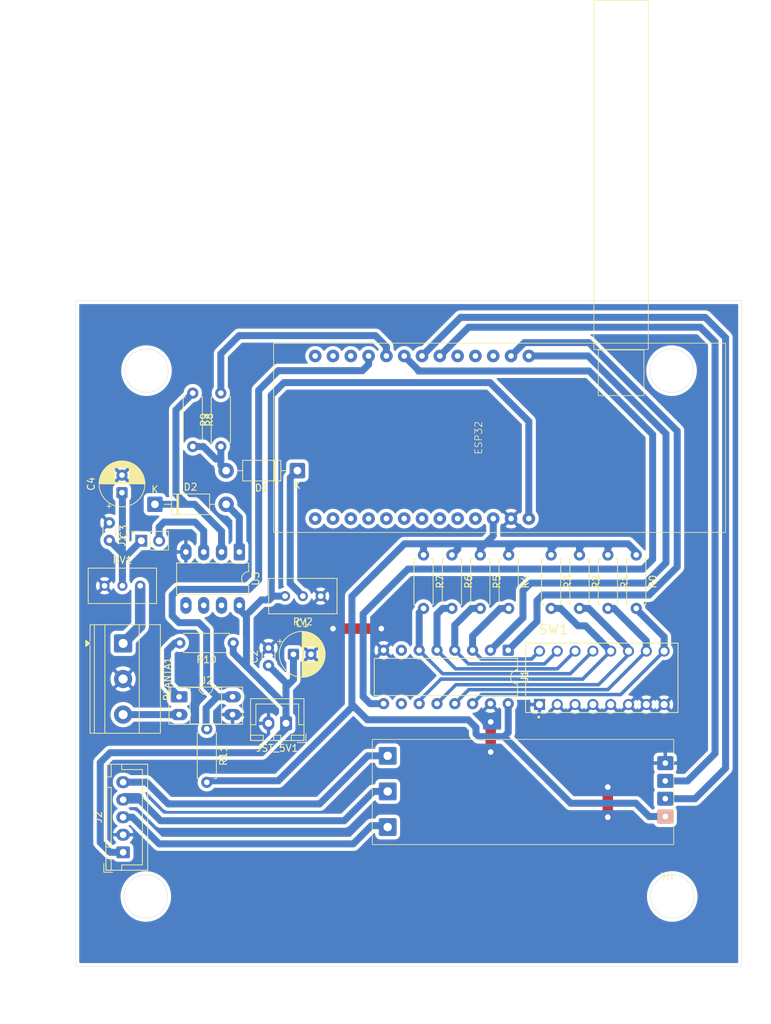
<source format=kicad_pcb>
(kicad_pcb (version 20241229) (generator "pcbnew") (generator_version "9.0")
  (layers (0 "F.Cu" signal) (2 "B.Cu" signal) (13 "F.Paste" user) (15 "B.Paste" user) (5 "F.SilkS" user "F.Silkscreen") (7 "B.SilkS" user "B.Silkscreen") (1 "F.Mask" user) (3 "B.Mask" user) (25 "Edge.Cuts" user))
  (net 0 "")
  (net 1 "GND")
  (net 2 "Net-(J1-Pin_1)")
  (net 3 "+5V")
  (net 4 "NIVEL_BATERIA")
  (net 7 "clockPin")
  (net 10 "latchPin")
  (net 17 "PIN_DATA")
  (net 18 "TX")
  (net 20 "RX")
  (net 21 "Net-(D1-K)")
  (net 25 "Net-(D1-A)")
  (net 26 "+3.3V")
  (net 27 "Net-(D2-K)")
  (net 28 "Net-(D2-A)")
  (net 29 "A+")
  (net 30 "B-")
  (net 31 "E")
  (net 32 "Pin_0")
  (net 33 "Pin_1")
  (net 34 "Pin_2")
  (net 35 "Pin_3")
  (net 36 "Pin_4")
  (net 37 "Pin_5")
  (net 38 "Pin_6")
  (net 39 "Pin_7")
  (net 40 "BATERIA")
  (net 41 "Net-(R10-Pad2)")
  (net 42 "PLANTA_ON")
  (net 45 "PLANTA_IGN")
  (net 48 "Net-(J1-Pin_2)")
  (footprint "Resistor_THT:R_Axial_DIN0207_L6.3mm_D2.5mm_P7.62mm_Horizontal" (layer "F.Cu") (at 62.5 56.2 -90)
    (property "Reference" "R8" (at 3.81 -2.37 90) (layer "F.SilkS"))
    (property "Value" "100k")
    (pad "1" thru_hole circle (at 0 0 270) (size 1.6 1.6) (drill 0.8) (layers "*.Cu" "*.Mask") (net 27 "Net-(D2-K)"))
    (pad "2" thru_hole circle (at 7.62 0 270) (size 1.6 1.6) (drill 0.8) (layers "*.Cu" "*.Mask") (net 25 "Net-(D1-A)"))
  )
  (footprint "Diode_THT:D_DO-41_SOD81_P10.16mm_Horizontal" (layer "F.Cu") (at 77.42 67.26 180)
    (property "Reference" "D1" (at 5.08 -2.47 0) (layer "F.SilkS"))
    (property "Value" "1N5819")
    (fp_text user "K" (at 0 -2.1 0) (layer "F.SilkS"))
    (pad "1" thru_hole roundrect (at 0 0 180) (size 2.2 2.2) (drill 1.1) (layers "*.Cu" "*.Mask") (roundrect_rratio 0.113636) (net 21 "Net-(D1-K)"))
    (pad "2" thru_hole circle (at 10.16 0 180) (size 2.2 2.2) (drill 1.1) (layers "*.Cu" "*.Mask") (net 25 "Net-(D1-A)"))
  )
  (footprint "Capacitor_THT:CP_Radial_D6.3mm_P2.50mm" (layer "F.Cu") (at 52.4 70.4 90)
    (property "Reference" "C4" (at 1.25 -4.4 90) (layer "F.SilkS"))
    (property "Value" "100uF")
    (pad "1" thru_hole roundrect (at 0 0 90) (size 1.6 1.6) (drill 0.8) (layers "*.Cu" "*.Mask") (roundrect_rratio 0.15625) (net 2 "Net-(J1-Pin_1)"))
    (pad "2" thru_hole circle (at 2.5 0 90) (size 1.6 1.6) (drill 0.8) (layers "*.Cu" "*.Mask") (net 1 "GND"))
  )
  (footprint "Capacitor_THT:C_Disc_D3.0mm_W1.6mm_P2.50mm" (layer "F.Cu") (at 73.3 95.05 90)
    (property "Reference" "C2" (at 1.25 -2.05 90) (layer "F.SilkS"))
    (property "Value" "100nF")
    (pad "1" thru_hole circle (at 0 0 90) (size 1.6 1.6) (drill 0.8) (layers "*.Cu" "*.Mask") (net 3 "+5V"))
    (pad "2" thru_hole circle (at 2.5 0 90) (size 1.6 1.6) (drill 0.8) (layers "*.Cu" "*.Mask") (net 1 "GND"))
  )
  (footprint "Resistor_THT:R_Axial_DIN0207_L6.3mm_D2.5mm_P7.62mm_Horizontal" (layer "F.Cu") (at 99.463604 79.29 -90)
    (property "Reference" "R6" (at 3.81 -2.37 90) (layer "F.SilkS"))
    (property "Value" "10k")
    (pad "1" thru_hole circle (at 0 0 270) (size 1.6 1.6) (drill 0.8) (layers "*.Cu" "*.Mask") (net 26 "+3.3V"))
    (pad "2" thru_hole circle (at 7.62 0 270) (size 1.6 1.6) (drill 0.8) (layers "*.Cu" "*.Mask") (net 37 "Pin_5"))
  )
  (footprint "Resistor_THT:R_Axial_DIN0207_L6.3mm_D2.5mm_P7.62mm_Horizontal" (layer "F.Cu") (at 107.563604 79.29 -90)
    (property "Reference" "R4" (at 3.81 -2.37 90) (layer "F.SilkS"))
    (property "Value" "10k")
    (pad "1" thru_hole circle (at 0 0 270) (size 1.6 1.6) (drill 0.8) (layers "*.Cu" "*.Mask") (net 26 "+3.3V"))
    (pad "2" thru_hole circle (at 7.62 0 270) (size 1.6 1.6) (drill 0.8) (layers "*.Cu" "*.Mask") (net 39 "Pin_7"))
  )
  (footprint "Potentiometer_THT:Potentiometer_Bourns_3296W_Vertical" (layer "F.Cu") (at 55 83.685)
    (property "Reference" "RV1" (at -2.54 -3.66 0) (layer "F.SilkS"))
    (property "Value" "R_Potentiometer")
    (pad "1" thru_hole circle (at 0 0) (size 1.44 1.44) (drill 0.8) (layers "*.Cu" "*.Mask") (net 40 "BATERIA"))
    (pad "2" thru_hole circle (at -2.54 0) (size 1.44 1.44) (drill 0.8) (layers "*.Cu" "*.Mask") (net 2 "Net-(J1-Pin_1)"))
    (pad "3" thru_hole circle (at -5.08 0) (size 1.44 1.44) (drill 0.8) (layers "*.Cu" "*.Mask") (net 1 "GND"))
  )
  (footprint "Resistor_THT:R_Axial_DIN0207_L6.3mm_D2.5mm_P7.62mm_Horizontal" (layer "F.Cu") (at 66.5 63.82 90)
    (property "Reference" "R9" (at 3.81 -2.37 90) (layer "F.SilkS"))
    (property "Value" "100k")
    (pad "1" thru_hole circle (at 0 0 90) (size 1.6 1.6) (drill 0.8) (layers "*.Cu" "*.Mask") (net 25 "Net-(D1-A)"))
    (pad "2" thru_hole circle (at 7.62 0 90) (size 1.6 1.6) (drill 0.8) (layers "*.Cu" "*.Mask") (net 4 "NIVEL_BATERIA"))
  )
  (footprint "TerminalBlock_Phoenix:TerminalBlock_Phoenix_MKDS-1,5-3-5.08_1x03_P5.08mm_Horizontal" (layer "F.Cu") (at 52.56 91.9 -90)
    (property "Reference" "PLANTA1" (at 5.08 -6.32 90) (layer "F.SilkS"))
    (property "Value" "Screw_Terminal_01x03")
    (pad "1" thru_hole roundrect (at 0 0 270) (size 2.6 2.6) (drill 1.3) (layers "*.Cu" "*.Mask") (roundrect_rratio 0.096154) (net 40 "BATERIA"))
    (pad "2" thru_hole circle (at 5.08 0 270) (size 2.6 2.6) (drill 1.3) (layers "*.Cu" "*.Mask") (net 1 "GND"))
    (pad "3" thru_hole circle (at 10.16 0 270) (size 2.6 2.6) (drill 1.3) (layers "*.Cu" "*.Mask") (net 45 "PLANTA_IGN"))
  )
  (footprint "Resistor_THT:R_Axial_DIN0207_L6.3mm_D2.5mm_P7.62mm_Horizontal" (layer "F.Cu") (at 103.513604 79.29 -90)
    (property "Reference" "R5" (at 3.81 -2.37 90) (layer "F.SilkS"))
    (property "Value" "10k")
    (pad "1" thru_hole circle (at 0 0 270) (size 1.6 1.6) (drill 0.8) (layers "*.Cu" "*.Mask") (net 26 "+3.3V"))
    (pad "2" thru_hole circle (at 7.62 0 270) (size 1.6 1.6) (drill 0.8) (layers "*.Cu" "*.Mask") (net 38 "Pin_6"))
  )
  (footprint "Connector_JST:JST_XH_B5B-XH-A_1x05_P2.50mm_Vertical" (layer "F.Cu") (at 52.56 121.7 90)
    (property "Reference" "J2" (at 5 -3.55 90) (layer "F.SilkS"))
    (property "Value" "Conn_01x05")
    (pad "1" thru_hole roundrect (at 0 0 90) (size 1.7 1.95) (drill 0.95) (layers "*.Cu" "*.Mask") (roundrect_rratio 0.147059) (net 3 "+5V"))
    (pad "2" thru_hole oval (at 2.5 0 90) (size 1.7 1.95) (drill 0.95) (layers "*.Cu" "*.Mask") (net 1 "GND"))
    (pad "3" thru_hole oval (at 5 0 90) (size 1.7 1.95) (drill 0.95) (layers "*.Cu" "*.Mask") (net 29 "A+"))
    (pad "4" thru_hole oval (at 7.5 0 90) (size 1.7 1.95) (drill 0.95) (layers "*.Cu" "*.Mask") (net 30 "B-"))
    (pad "5" thru_hole oval (at 10 0 90) (size 1.7 1.95) (drill 0.95) (layers "*.Cu" "*.Mask") (net 31 "E"))
  )
  (footprint "xy-017:XY-017" (layer "F.Cu") (at 109.6 120.55 180)
    (property "Reference" "U4" (at -20.5 -4.5 180) (layer "F.SilkS") (effects (font (thickness 0.1))))
    (property "Value" "~")
    (pad "1" thru_hole roundrect (at -20.3 3.95 180) (size 2.3 2) (drill 0.8) (layers "*.Cu" "*.Mask" "B.SilkS") (roundrect_rratio 0.125) (net 26 "+3.3V"))
    (pad "2" thru_hole roundrect (at -20.3 6.49 180) (size 2.3 2) (drill 0.8) (layers "*.Cu" "*.Mask") (roundrect_rratio 0.125) (net 18 "TX"))
    (pad "3" thru_hole roundrect (at -20.3 9.03 180) (size 2.3 2) (drill 0.8) (layers "*.Cu" "*.Mask") (roundrect_rratio 0.125) (net 20 "RX"))
    (pad "4" thru_hole roundrect (at -20.3 11.57 180) (size 2.3 2) (drill 0.8) (layers "*.Cu" "*.Mask") (roundrect_rratio 0.125) (net 1 "GND"))
    (pad "5" thru_hole roundrect (at 19.3 2.45 180) (size 2.54 2.54) (drill 1.2) (layers "*.Cu" "*.Mask") (roundrect_rratio 0.09842519685) (net 29 "A+"))
    (pad "6" thru_hole roundrect (at 19.3 7.53 180) (size 2.54 2.54) (drill 1.2) (layers "*.Cu" "*.Mask") (roundrect_rratio 0.09842519685) (net 30 "B-"))
    (pad "7" thru_hole roundrect (at 19.3 12.61 180) (size 2.54 2.54) (drill 1.2) (layers "*.Cu" "*.Mask") (roundrect_rratio 0.09842519685) (net 31 "E"))
  )
  (footprint "Package_DIP:DIP-8_W7.62mm_LongPads" (layer "F.Cu") (at 69.14 78.86 -90)
    (property "Reference" "U3" (at 3.81 -2.33 90) (layer "F.SilkS"))
    (property "Value" "LM358")
    (pad "1" thru_hole roundrect (at 0 0 270) (size 2.4 1.6) (drill 0.8) (layers "*.Cu" "*.Mask") (roundrect_rratio 0.15625) (net 28 "Net-(D2-A)"))
    (pad "2" thru_hole oval (at 0 2.54 270) (size 2.4 1.6) (drill 0.8) (layers "*.Cu" "*.Mask") (net 27 "Net-(D2-K)"))
    (pad "3" thru_hole oval (at 0 5.08 270) (size 2.4 1.6) (drill 0.8) (layers "*.Cu" "*.Mask") (net 48 "Net-(J1-Pin_2)"))
    (pad "4" thru_hole oval (at 0 7.62 270) (size 2.4 1.6) (drill 0.8) (layers "*.Cu" "*.Mask") (net 1 "GND"))
    (pad "5" thru_hole oval (at 7.62 7.62 270) (size 2.4 1.6) (drill 0.8) (layers "*.Cu" "*.Mask"))
    (pad "6" thru_hole oval (at 7.62 5.08 270) (size 2.4 1.6) (drill 0.8) (layers "*.Cu" "*.Mask"))
    (pad "7" thru_hole oval (at 7.62 2.54 270) (size 2.4 1.6) (drill 0.8) (layers "*.Cu" "*.Mask"))
    (pad "8" thru_hole oval (at 7.62 0 270) (size 2.4 1.6) (drill 0.8) (layers "*.Cu" "*.Mask") (net 3 "+5V"))
  )
  (footprint "Package_DIP:DIP-4_W7.62mm_Socket_LongPads" (layer "F.Cu") (at 60.55 99.52)
    (property "Reference" "U2" (at 3.81 -2.33 0) (layer "F.SilkS"))
    (property "Value" "PC817")
    (pad "1" thru_hole roundrect (at 0 0) (size 2.4 1.6) (drill 0.8) (layers "*.Cu" "*.Mask") (roundrect_rratio 0.15625) (net 41 "Net-(R10-Pad2)"))
    (pad "2" thru_hole oval (at 0 2.54) (size 2.4 1.6) (drill 0.8) (layers "*.Cu" "*.Mask") (net 45 "PLANTA_IGN"))
    (pad "3" thru_hole oval (at 7.62 2.54) (size 2.4 1.6) (drill 0.8) (layers "*.Cu" "*.Mask") (net 1 "GND"))
    (pad "4" thru_hole oval (at 7.62 0) (size 2.4 1.6) (drill 0.8) (layers "*.Cu" "*.Mask") (net 42 "PLANTA_ON"))
  )
  (footprint "Capacitor_THT:CP_Radial_D6.3mm_P2.50mm" (layer "F.Cu") (at 76.86 93.46)
    (property "Reference" "C1" (at 1.25 -4.4 0) (layer "F.SilkS"))
    (property "Value" "100uF")
    (pad "1" thru_hole roundrect (at 0 0) (size 1.6 1.6) (drill 0.8) (layers "*.Cu" "*.Mask") (roundrect_rratio 0.15625) (net 3 "+5V"))
    (pad "2" thru_hole circle (at 2.5 0) (size 1.6 1.6) (drill 0.8) (layers "*.Cu" "*.Mask") (net 1 "GND"))
  )
  (footprint "Resistor_THT:R_Axial_DIN0207_L6.3mm_D2.5mm_P7.62mm_Horizontal" (layer "F.Cu") (at 64.5 104.1 -90)
    (property "Reference" "R11" (at 3.81 -2.37 90) (layer "F.SilkS"))
    (property "Value" "10k")
    (pad "1" thru_hole circle (at 0 0 270) (size 1.6 1.6) (drill 0.8) (layers "*.Cu" "*.Mask") (net 42 "PLANTA_ON"))
    (pad "2" thru_hole circle (at 7.62 0 270) (size 1.6 1.6) (drill 0.8) (layers "*.Cu" "*.Mask") (net 26 "+3.3V"))
  )
  (footprint "Connector_PinSocket_2.54mm:PinSocket_1x02_P2.54mm_Vertical" (layer "F.Cu") (at 55.16 77.26 90)
    (property "Reference" "J1" (at 0 -2.77 90) (layer "F.SilkS"))
    (property "Value" "Conn_01x02_Pin")
    (pad "1" thru_hole rect (at 0 0 90) (size 1.7 1.7) (drill 1) (layers "*.Cu" "*.Mask") (net 2 "Net-(J1-Pin_1)"))
    (pad "2" thru_hole circle (at 0 2.54 90) (size 1.7 1.7) (drill 1) (layers "*.Cu" "*.Mask") (net 48 "Net-(J1-Pin_2)"))
  )
  (footprint "Resistor_THT:R_Axial_DIN0207_L6.3mm_D2.5mm_P7.62mm_Horizontal" (layer "F.Cu") (at 121.713604 79.29 -90)
    (property "Reference" "R1" (at 3.81 -2.37 90) (layer "F.SilkS"))
    (property "Value" "10k")
    (pad "1" thru_hole circle (at 0 0 270) (size 1.6 1.6) (drill 0.8) (layers "*.Cu" "*.Mask") (net 26 "+3.3V"))
    (pad "2" thru_hole circle (at 7.62 0 270) (size 1.6 1.6) (drill 0.8) (layers "*.Cu" "*.Mask") (net 33 "Pin_1"))
  )
  (footprint "Diode_THT:D_DO-41_SOD81_P10.16mm_Horizontal" (layer "F.Cu") (at 57.1 72.06)
    (property "Reference" "D2" (at 5.08 -2.47 0) (layer "F.SilkS"))
    (property "Value" "1N5819")
    (fp_text user "K" (at 0 -2.1 0) (layer "F.SilkS"))
    (pad "1" thru_hole roundrect (at 0 0) (size 2.2 2.2) (drill 1.1) (layers "*.Cu" "*.Mask") (roundrect_rratio 0.113636) (net 27 "Net-(D2-K)"))
    (pad "2" thru_hole circle (at 10.16 0) (size 2.2 2.2) (drill 1.1) (layers "*.Cu" "*.Mask") (net 28 "Net-(D2-A)"))
  )
  (footprint "Package_DIP:DIP-16_W7.62mm" (layer "F.Cu") (at 107.496396 92.88 -90)
    (property "Reference" "U1" (at 3.81 -2.33 90) (layer "F.SilkS"))
    (property "Value" "74HC165")
    (pad "1" thru_hole roundrect (at 0 0 270) (size 1.6 1.6) (drill 0.8) (layers "*.Cu" "*.Mask") (roundrect_rratio 0.15625) (net 10 "latchPin"))
    (pad "2" thru_hole circle (at 0 2.54 270) (size 1.6 1.6) (drill 0.8) (layers "*.Cu" "*.Mask") (net 7 "clockPin"))
    (pad "3" thru_hole circle (at 0 5.08 270) (size 1.6 1.6) (drill 0.8) (layers "*.Cu" "*.Mask") (net 39 "Pin_7"))
    (pad "4" thru_hole circle (at 0 7.62 270) (size 1.6 1.6) (drill 0.8) (layers "*.Cu" "*.Mask") (net 38 "Pin_6"))
    (pad "5" thru_hole circle (at 0 10.16 270) (size 1.6 1.6) (drill 0.8) (layers "*.Cu" "*.Mask") (net 37 "Pin_5"))
    (pad "6" thru_hole circle (at 0 12.7 270) (size 1.6 1.6) (drill 0.8) (layers "*.Cu" "*.Mask") (net 36 "Pin_4"))
    (pad "7" thru_hole circle (at 0 15.24 270) (size 1.6 1.6) (drill 0.8) (layers "*.Cu" "*.Mask"))
    (pad "8" thru_hole circle (at 0 17.78 270) (size 1.6 1.6) (drill 0.8) (layers "*.Cu" "*.Mask") (net 1 "GND"))
    (pad "9" thru_hole circle (at 7.62 17.78 270) (size 1.6 1.6) (drill 0.8) (layers "*.Cu" "*.Mask") (net 17 "PIN_DATA"))
    (pad "10" thru_hole circle (at 7.62 15.24 270) (size 1.6 1.6) (drill 0.8) (layers "*.Cu" "*.Mask"))
    (pad "11" thru_hole circle (at 7.62 12.7 270) (size 1.6 1.6) (drill 0.8) (layers "*.Cu" "*.Mask") (net 35 "Pin_3"))
    (pad "12" thru_hole circle (at 7.62 10.16 270) (size 1.6 1.6) (drill 0.8) (layers "*.Cu" "*.Mask") (net 34 "Pin_2"))
    (pad "13" thru_hole circle (at 7.62 7.62 270) (size 1.6 1.6) (drill 0.8) (layers "*.Cu" "*.Mask") (net 33 "Pin_1"))
    (pad "14" thru_hole circle (at 7.62 5.08 270) (size 1.6 1.6) (drill 0.8) (layers "*.Cu" "*.Mask") (net 32 "Pin_0"))
    (pad "15" thru_hole circle (at 7.62 2.54 270) (size 1.6 1.6) (drill 0.8) (layers "*.Cu" "*.Mask") (net 1 "GND"))
    (pad "16" thru_hole circle (at 7.62 0 270) (size 1.6 1.6) (drill 0.8) (layers "*.Cu" "*.Mask") (net 26 "+3.3V"))
  )
  (footprint "Resistor_THT:R_Axial_DIN0207_L6.3mm_D2.5mm_P7.62mm_Horizontal" (layer "F.Cu") (at 95.413604 79.29 -90)
    (property "Reference" "R7" (at 3.81 -2.37 90) (layer "F.SilkS"))
    (property "Value" "10k")
    (pad "1" thru_hole circle (at 0 0 270) (size 1.6 1.6) (drill 0.8) (layers "*.Cu" "*.Mask") (net 26 "+3.3V"))
    (pad "2" thru_hole circle (at 7.62 0 270) (size 1.6 1.6) (drill 0.8) (layers "*.Cu" "*.Mask") (net 36 "Pin_4"))
  )
  (footprint "Resistor_THT:R_Axial_DIN0207_L6.3mm_D2.5mm_P7.62mm_Horizontal" (layer "F.Cu") (at 113.613604 79.29 -90)
    (property "Reference" "R3" (at 3.81 -2.37 90) (layer "F.SilkS"))
    (property "Value" "10k")
    (pad "1" thru_hole circle (at 0 0 270) (size 1.6 1.6) (drill 0.8) (layers "*.Cu" "*.Mask") (net 26 "+3.3V"))
    (pad "2" thru_hole circle (at 7.62 0 270) (size 1.6 1.6) (drill 0.8) (layers "*.Cu" "*.Mask") (net 35 "Pin_3"))
  )
  (footprint "Resistor_THT:R_Axial_DIN0207_L6.3mm_D2.5mm_P7.62mm_Horizontal" (layer "F.Cu") (at 117.663604 79.29 -90)
    (property "Reference" "R2" (at 3.81 -2.37 90) (layer "F.SilkS"))
    (property "Value" "10k")
    (pad "1" thru_hole circle (at 0 0 270) (size 1.6 1.6) (drill 0.8) (layers "*.Cu" "*.Mask") (net 26 "+3.3V"))
    (pad "2" thru_hole circle (at 7.62 0 270) (size 1.6 1.6) (drill 0.8) (layers "*.Cu" "*.Mask") (net 34 "Pin_2"))
  )
  (footprint "Resistor_THT:R_Axial_DIN0207_L6.3mm_D2.5mm_P7.62mm_Horizontal" (layer "F.Cu") (at 68.27 91.84 180)
    (property "Reference" "R10" (at 3.81 -2.37 0) (layer "F.SilkS"))
    (property "Value" "1.2k")
    (pad "1" thru_hole circle (at 0 0 180) (size 1.6 1.6) (drill 0.8) (layers "*.Cu" "*.Mask") (net 3 "+5V"))
    (pad "2" thru_hole circle (at 7.62 0 180) (size 1.6 1.6) (drill 0.8) (layers "*.Cu" "*.Mask") (net 41 "Net-(R10-Pad2)"))
  )
  (footprint "Capacitor_THT:C_Disc_D3.0mm_W1.6mm_P2.50mm" (layer "F.Cu") (at 50.6 74.7 -90)
    (property "Reference" "C3" (at 1.25 -2.05 90) (layer "F.SilkS"))
    (property "Value" "100nF")
    (pad "1" thru_hole circle (at 0 0 270) (size 1.6 1.6) (drill 0.8) (layers "*.Cu" "*.Mask") (net 1 "GND"))
    (pad "2" thru_hole circle (at 2.5 0 270) (size 1.6 1.6) (drill 0.8) (layers "*.Cu" "*.Mask") (net 2 "Net-(J1-Pin_1)"))
  )
  (footprint "Resistor_THT:R_Axial_DIN0207_L6.3mm_D2.5mm_P7.62mm_Horizontal" (layer "F.Cu") (at 125.763604 79.29 -90)
    (property "Reference" "R0" (at 3.81 -2.37 90) (layer "F.SilkS"))
    (property "Value" "10k")
    (pad "1" thru_hole circle (at 0 0 270) (size 1.6 1.6) (drill 0.8) (layers "*.Cu" "*.Mask") (net 26 "+3.3V"))
    (pad "2" thru_hole circle (at 7.62 0 270) (size 1.6 1.6) (drill 0.8) (layers "*.Cu" "*.Mask") (net 32 "Pin_0"))
  )
  (footprint "Connector_JST:JST_XH_B2B-XH-A_1x02_P2.50mm_Vertical" (layer "F.Cu") (at 75.8 103.3 180)
    (property "Reference" "JST_5V1" (at 1.25 -3.55 0) (layer "F.SilkS"))
    (property "Value" "Conn_01x02")
    (pad "1" thru_hole roundrect (at 0 0 180) (size 1.7 2) (drill 1) (layers "*.Cu" "*.Mask") (roundrect_rratio 0.147059) (net 3 "+5V"))
    (pad "2" thru_hole oval (at 2.5 0 180) (size 1.7 2) (drill 1) (layers "*.Cu" "*.Mask") (net 1 "GND"))
  )
  (footprint "SW_DS01C-254-S-08BE:SW_DS01C-254-S-08BE" (layer "F.Cu") (at 120.846396 96.81)
    (property "Reference" "SW1" (at -6.905 -6.889 0) (layer "F.SilkS") (effects (font (size 1.4 1.4))))
    (property "Value" "SW_DIP_x08")
    (pad "1" thru_hole circle (at -8.89 -3.81) (size 1.58 1.58) (drill 1) (layers "*.Cu" "*.Mask") (net 39 "Pin_7"))
    (pad "2" thru_hole circle (at -6.35 -3.81) (size 1.58 1.58) (drill 1) (layers "*.Cu" "*.Mask") (net 38 "Pin_6"))
    (pad "3" thru_hole circle (at -3.81 -3.81) (size 1.58 1.58) (drill 1) (layers "*.Cu" "*.Mask") (net 37 "Pin_5"))
    (pad "4" thru_hole circle (at -1.27 -3.81) (size 1.58 1.58) (drill 1) (layers "*.Cu" "*.Mask") (net 36 "Pin_4"))
    (pad "5" thru_hole circle (at 1.27 -3.81) (size 1.58 1.58) (drill 1) (layers "*.Cu" "*.Mask") (net 35 "Pin_3"))
    (pad "6" thru_hole circle (at 3.81 -3.81) (size 1.58 1.58) (drill 1) (layers "*.Cu" "*.Mask") (net 34 "Pin_2"))
    (pad "7" thru_hole circle (at 6.35 -3.81) (size 1.58 1.58) (drill 1) (layers "*.Cu" "*.Mask") (net 33 "Pin_1"))
    (pad "8" thru_hole circle (at 8.89 -3.81) (size 1.58 1.58) (drill 1) (layers "*.Cu" "*.Mask") (net 32 "Pin_0"))
    (pad "9" thru_hole circle (at 8.89 3.81) (size 1.58 1.58) (drill 1) (layers "*.Cu" "*.Mask") (net 1 "GND"))
    (pad "10" thru_hole circle (at 6.35 3.81) (size 1.58 1.58) (drill 1) (layers "*.Cu" "*.Mask") (net 1 "GND"))
    (pad "11" thru_hole circle (at 3.81 3.81) (size 1.58 1.58) (drill 1) (layers "*.Cu" "*.Mask") (net 1 "GND"))
    (pad "12" thru_hole circle (at 1.27 3.81) (size 1.58 1.58) (drill 1) (layers "*.Cu" "*.Mask") (net 1 "GND"))
    (pad "13" thru_hole circle (at -1.27 3.81) (size 1.58 1.58) (drill 1) (layers "*.Cu" "*.Mask") (net 1 "GND"))
    (pad "14" thru_hole circle (at -3.81 3.81) (size 1.58 1.58) (drill 1) (layers "*.Cu" "*.Mask") (net 1 "GND"))
    (pad "15" thru_hole circle (at -6.35 3.81) (size 1.58 1.58) (drill 1) (layers "*.Cu" "*.Mask") (net 1 "GND"))
    (pad "16" thru_hole rect (at -8.89 3.81) (size 1.58 1.58) (drill 1) (layers "*.Cu" "*.Mask") (net 1 "GND"))
  )
  (footprint "ttgo_lora32:ttgo_lora32" (layer "F.Cu") (at 82.03 64.575 90)
    (property "Reference" "ESP32" (at 2 21.235 90) (layer "F.SilkS") (effects (font (thickness 0.1))))
    (property "Value" "~")
    (pad "1" thru_hole circle (at -9.525 -2.07 90) (size 1.8 1.8) (drill 0.8) (layers "*.Cu" "*.Mask"))
    (pad "2" thru_hole circle (at -9.525 0.47 90) (size 1.8 1.8) (drill 0.8) (layers "*.Cu" "*.Mask"))
    (pad "3" thru_hole circle (at -9.525 3.01 90) (size 1.8 1.8) (drill 0.8) (layers "*.Cu" "*.Mask"))
    (pad "4" thru_hole circle (at -9.525 5.55 90) (size 1.8 1.8) (drill 0.8) (layers "*.Cu" "*.Mask"))
    (pad "5" thru_hole circle (at -9.525 8.09 90) (size 1.8 1.8) (drill 0.8) (layers "*.Cu" "*.Mask"))
    (pad "6" thru_hole circle (at -9.525 10.63 90) (size 1.8 1.8) (drill 0.8) (layers "*.Cu" "*.Mask"))
    (pad "7" thru_hole circle (at -9.525 13.17 90) (size 1.8 1.8) (drill 0.8) (layers "*.Cu" "*.Mask"))
    (pad "8" thru_hole circle (at -9.525 15.71 90) (size 1.8 1.8) (drill 0.8) (layers "*.Cu" "*.Mask"))
    (pad "9" thru_hole circle (at -9.525 18.25 90) (size 1.8 1.8) (drill 0.8) (layers "*.Cu" "*.Mask"))
    (pad "10" thru_hole circle (at -9.525 20.79 90) (size 1.8 1.8) (drill 0.8) (layers "*.Cu" "*.Mask"))
    (pad "11" thru_hole circle (at -9.525 23.33 90) (size 1.8 1.8) (drill 0.8) (layers "*.Cu" "*.Mask") (net 26 "+3.3V"))
    (pad "12" thru_hole circle (at -9.525 25.87 90) (size 1.8 1.8) (drill 0.8) (layers "*.Cu" "*.Mask") (net 1 "GND"))
    (pad "13" thru_hole circle (at -9.525 28.41 90) (size 1.8 1.8) (drill 0.8) (layers "*.Cu" "*.Mask") (net 3 "+5V"))
    (pad "14" thru_hole circle (at 13.675 -2.07 90) (size 1.8 1.8) (drill 0.8) (layers "*.Cu" "*.Mask"))
    (pad "15" thru_hole circle (at 13.675 0.47 90) (size 1.8 1.8) (drill 0.8) (layers "*.Cu" "*.Mask"))
    (pad "16" thru_hole circle (at 13.675 3.01 90) (size 1.8 1.8) (drill 0.8) (layers "*.Cu" "*.Mask"))
    (pad "17" thru_hole circle (at 13.675 5.55 90) (size 1.8 1.8) (drill 0.8) (layers "*.Cu" "*.Mask") (net 42 "PLANTA_ON"))
    (pad "18" thru_hole circle (at 13.675 8.09 90) (size 1.8 1.8) (drill 0.8) (layers "*.Cu" "*.Mask") (net 4 "NIVEL_BATERIA"))
    (pad "19" thru_hole circle (at 13.675 10.63 90) (size 1.8 1.8) (drill 0.8) (layers "*.Cu" "*.Mask") (net 17 "PIN_DATA"))
    (pad "20" thru_hole circle (at 13.675 13.17 90) (size 1.8 1.8) (drill 0.8) (layers "*.Cu" "*.Mask") (net 18 "TX"))
    (pad "21" thru_hole circle (at 13.675 15.71 90) (size 1.8 1.8) (drill 0.8) (layers "*.Cu" "*.Mask") (net 20 "RX"))
    (pad "22" thru_hole circle (at 13.675 18.25 90) (size 1.8 1.8) (drill 0.8) (layers "*.Cu" "*.Mask"))
    (pad "23" thru_hole circle (at 13.675 20.79 90) (size 1.8 1.8) (drill 0.8) (layers "*.Cu" "*.Mask"))
    (pad "24" thru_hole circle (at 13.675 23.33 90) (size 1.8 1.8) (drill 0.8) (layers "*.Cu" "*.Mask"))
    (pad "25" thru_hole circle (at 13.675 25.87 90) (size 1.8 1.8) (drill 0.8) (layers "*.Cu" "*.Mask") (net 10 "latchPin"))
    (pad "26" thru_hole circle (at 13.675 28.41 90) (size 1.8 1.8) (drill 0.8) (layers "*.Cu" "*.Mask") (net 7 "clockPin"))
  )
  (footprint "Potentiometer_THT:Potentiometer_Bourns_3296W_Vertical" (layer "F.Cu") (at 75.66 85.16 180)
    (property "Reference" "RV2" (at -2.54 -3.66 0) (layer "F.SilkS"))
    (property "Value" "R_Potentiometer")
    (pad "1" thru_hole circle (at 0 0 180) (size 1.44 1.44) (drill 0.8) (layers "*.Cu" "*.Mask") (net 3 "+5V"))
    (pad "2" thru_hole circle (at -2.54 0 180) (size 1.44 1.44) (drill 0.8) (layers "*.Cu" "*.Mask") (net 21 "Net-(D1-K)"))
    (pad "3" thru_hole circle (at -5.08 0 180) (size 1.44 1.44) (drill 0.8) (layers "*.Cu" "*.Mask") (net 1 "GND"))
  )
  (gr_circle (center 130.896373 128) (end 133.996373 128.15) (stroke (width 0.05)) (fill no) (layer "Edge.Cuts"))
  (gr_circle (center 130.8 53) (end 133.9 53.15) (stroke (width 0.05)) (fill no) (layer "Edge.Cuts"))
  (gr_circle (center 55.896373 53) (end 58.996373 53.15) (stroke (width 0.05)) (fill no) (layer "Edge.Cuts"))
  (gr_circle (center 55.8 128) (end 58.9 128.15) (stroke (width 0.05)) (fill no) (layer "Edge.Cuts"))
  (gr_rect (start 45.8 43) (end 140.8 138) (stroke (width 0.05)) (fill no) (layer "Edge.Cuts"))
  (segment (start 89.399999 89.800001) (end 82.500001 89.800001) (width 1.5) (layer "F.Cu") (net 1))
  (segment (start 105 103.1) (end 105 107.4) (width 1.5) (layer "F.Cu") (net 1))
  (segment (start 121.7 116.7) (end 121.7 112.4) (width 1.5) (layer "F.Cu") (net 1))
  (segment (start 82.500001 89.800001) (end 82.5 89.8) (width 1.5) (layer "F.Cu") (net 1))
  (segment (start 89.399998 89.8) (end 89.399999 89.800001) (width 1.5) (layer "F.Cu") (net 1))
  (via (at 121.7 116.7) (size 2) (drill 0.8) (layers "F.Cu" "B.Cu") (net 1))
  (via (at 82.5 89.8) (size 2) (drill 0.8) (layers "F.Cu" "B.Cu") (net 1))
  (via (at 89.399999 89.800001) (size 2) (drill 0.8) (layers "F.Cu" "B.Cu") (net 1))
  (via (at 105 103.1) (size 2) (drill 0.8) (layers "F.Cu" "B.Cu") (net 1))
  (via (at 105 107.4) (size 2) (drill 0.8) (layers "F.Cu" "B.Cu") (net 1))
  (via (at 121.7 112.4) (size 2) (drill 0.8) (layers "F.Cu" "B.Cu") (net 1))
  (segment (start 52.46 79.06) (end 52.46 79.96) (width 0.5) (layer "B.Cu") (net 2))
  (segment (start 52.46 78.26) (end 52.46 74.56) (width 0.5) (layer "B.Cu") (net 2))
  (segment (start 50.6 77.2) (end 52.46 79.06) (width 1) (layer "B.Cu") (net 2))
  (segment (start 52.46 83.685) (end 52.46 82.4) (width 1) (layer "B.Cu") (net 2))
  (segment (start 52.46 78.26) (end 52.46 79.96) (width 0.5) (layer "B.Cu") (net 2))
  (segment (start 52.46 74.56) (end 52.46 82.4) (width 1) (layer "B.Cu") (net 2))
  (segment (start 52.46 79.96) (end 55.16 77.26) (width 1) (layer "B.Cu") (net 2))
  (segment (start 52.46 74.56) (end 52.46 70.64) (width 1) (layer "B.Cu") (net 2))
  (segment (start 52.46 70.64) (end 52.6 70.5) (width 0.5) (layer "B.Cu") (net 2))
  (segment (start 52.46 82.4) (end 52.46 79.96) (width 1) (layer "B.Cu") (net 2))
  (segment (start 76.86 97.06) (end 76.86 93.46) (width 1) (layer "B.Cu") (net 3))
  (segment (start 75.8 98.720116) (end 75.8 100.8) (width 1) (layer "B.Cu") (net 3))
  (segment (start 104.9 54.7) (end 75.5 54.7) (width 1) (layer "B.Cu") (net 3))
  (segment (start 75.8 98.12) (end 76.86 97.06) (width 1) (layer "B.Cu") (net 3))
  (segment (start 72.35 107.5) (end 50.7 107.5) (width 1) (layer "B.Cu") (net 3))
  (segment (start 69.14 87.04) (end 70.16 88.06) (width 1) (layer "B.Cu") (net 3))
  (segment (start 110.44 60.24) (end 104.9 54.7) (width 1) (layer "B.Cu") (net 3))
  (segment (start 75.8 97.55) (end 75.8 98.12) (width 1) (layer "B.Cu") (net 3))
  (segment (start 70.16 88.74) (end 70.16 90.5) (width 1) (layer "B.Cu") (net 3))
  (segment (start 70.16 88.76) (end 70.16 88.06) (width 1) (layer "B.Cu") (net 3))
  (segment (start 73.74 85.16) (end 75.66 85.16) (width 1) (layer "B.Cu") (net 3))
  (segment (start 70.16 88.94) (end 70.16 89.5) (width 0.5) (layer "B.Cu") (net 3))
  (segment (start 49.3 108.9) (end 49.3 120.3) (width 1) (layer "B.Cu") (net 3))
  (segment (start 50.7 121.7) (end 52.56 121.7) (width 1) (layer "B.Cu") (net 3))
  (segment (start 70.16 95.16) (end 75.8 100.8) (width 1) (layer "B.Cu") (net 3))
  (segment (start 75.5 54.7) (end 73.7 56.5) (width 1) (layer "B.Cu") (net 3))
  (segment (start 110.44 74.1) (end 110.44 60.24) (width 1) (layer "B.Cu") (net 3))
  (segment (start 73.7 85.4) (end 73.4 85.7) (width 1) (layer "B.Cu") (net 3))
  (segment (start 73.4 85.7) (end 73.4 85.5) (width 1) (layer "B.Cu") (net 3))
  (segment (start 70.16 95.16) (end 68.27 93.27) (width 1) (layer "B.Cu") (net 3))
  (segment (start 68.27 93.27) (end 68.27 91.84) (width 1) (layer "B.Cu") (net 3))
  (segment (start 70.55 87.45) (end 72.3 85.7) (width 1) (layer "B.Cu") (net 3))
  (segment (start 73.4 85.5) (end 73.74 85.16) (width 1) (layer "B.Cu") (net 3))
  (segment (start 72.3 85.7) (end 73.4 85.7) (width 1) (layer "B.Cu") (net 3))
  (segment (start 70.16 90.5) (end 70.16 89.5) (width 1) (layer "B.Cu") (net 3))
  (segment (start 75.8 103.3) (end 75.8 104.05) (width 1) (layer "B.Cu") (net 3))
  (segment (start 73.7 56.5) (end 73.7 85.4) (width 1) (layer "B.Cu") (net 3))
  (segment (start 69.14 86.48) (end 69.14 87.04) (width 0.5) (layer "B.Cu") (net 3))
  (segment (start 73.3 95.05) (end 75.8 97.55) (width 1) (layer "B.Cu") (net 3))
  (segment (start 75.8 100.8) (end 75.8 103.3) (width 1) (layer "B.Cu") (net 3))
  (segment (start 75.8 98.720116) (end 75.8 98.12) (width 1) (layer "B.Cu") (net 3))
  (segment (start 70.16 89.5) (end 70.16 88.76) (width 0.5) (layer "B.Cu") (net 3))
  (segment (start 70.16 95.16) (end 70.16 90.5) (width 1) (layer "B.Cu") (net 3))
  (segment (start 50.7 107.5) (end 49.3 108.9) (width 1) (layer "B.Cu") (net 3))
  (segment (start 49.3 120.3) (end 50.7 121.7) (width 1) (layer "B.Cu") (net 3))
  (segment (start 75.8 104.05) (end 72.35 107.5) (width 1) (layer "B.Cu") (net 3))
  (segment (start 90.12 50.9) (end 90.12 49.57) (width 1) (layer "B.Cu") (net 4))
  (segment (start 69.1 48) (end 66.5 50.6) (width 1) (layer "B.Cu") (net 4))
  (segment (start 88.55 48) (end 69.1 48) (width 1) (layer "B.Cu") (net 4))
  (segment (start 66.5 50.6) (end 66.5 56.2) (width 1) (layer "B.Cu") (net 4))
  (segment (start 90.12 49.57) (end 88.55 48) (width 1) (layer "B.Cu") (net 4))
  (segment (start 130 62) (end 130 80.4) (width 1) (layer "B.Cu") (net 7))
  (segment (start 110.7 83.3) (end 109.6 84.4) (width 1) (layer "B.Cu") (net 7))
  (segment (start 109.6 84.4) (end 109.6 88.236396) (width 1) (layer "B.Cu") (net 7))
  (segment (start 110.44 50.9) (end 118.9 50.9) (width 1) (layer "B.Cu") (net 7))
  (segment (start 130 80.4) (end 127.1 83.3) (width 1) (layer "B.Cu") (net 7))
  (segment (start 118.9 50.9) (end 130 62) (width 1) (layer "B.Cu") (net 7))
  (segment (start 109.6 88.236396) (end 104.956396 92.88) (width 1) (layer "B.Cu") (net 7))
  (segment (start 127.1 83.3) (end 110.7 83.3) (width 1) (layer "B.Cu") (net 7))
  (segment (start 111.6 88.776396) (end 111.6 85.8) (width 1) (layer "B.Cu") (net 10))
  (segment (start 111.6 85.8) (end 112.4 85) (width 1) (layer "B.Cu") (net 10))
  (segment (start 109.8 49) (end 107.9 50.9) (width 1) (layer "B.Cu") (net 10))
  (segment (start 107.496396 92.88) (end 111.6 88.776396) (width 1) (layer "B.Cu") (net 10))
  (segment (start 131.6 81) (end 131.6 61.6) (width 1) (layer "B.Cu") (net 10))
  (segment (start 112.4 85) (end 127.6 85) (width 1) (layer "B.Cu") (net 10))
  (segment (start 131.6 61.6) (end 119 49) (width 1) (layer "B.Cu") (net 10))
  (segment (start 119 49) (end 109.8 49) (width 1) (layer "B.Cu") (net 10))
  (segment (start 127.6 85) (end 131.6 81) (width 1) (layer "B.Cu") (net 10))
  (segment (start 87.8 100.5) (end 89.716396 100.5) (width 1) (layer "B.Cu") (net 17))
  (segment (start 94.7 52.94) (end 94.7 53.05) (width 1) (layer "B.Cu") (net 17))
  (segment (start 92.66 50.9) (end 94.7 52.94) (width 1) (layer "B.Cu") (net 17))
  (segment (start 126.7 81.3) (end 93.2 81.3) (width 1) (layer "B.Cu") (net 17))
  (segment (start 94.7 53.05) (end 119.05 53.05) (width 1) (layer "B.Cu") (net 17))
  (segment (start 93.2 81.3) (end 86.8 87.7) (width 1) (layer "B.Cu") (net 17))
  (segment (start 86.8 99.5) (end 87.8 100.5) (width 1) (layer "B.Cu") (net 17))
  (segment (start 86.8 87.7) (end 86.8 99.5) (width 1) (layer "B.Cu") (net 17))
  (segment (start 128.1 79.9) (end 126.7 81.3) (width 1) (layer "B.Cu") (net 17))
  (segment (start 128.1 62.1) (end 128.1 79.9) (width 1) (layer "B.Cu") (net 17))
  (segment (start 119.05 53.05) (end 128.1 62.1) (width 1) (layer "B.Cu") (net 17))
  (segment (start 95.2 50.9) (end 100.7 45.4) (width 1) (layer "B.Cu") (net 18))
  (segment (start 134.14 114.06) (end 129.9 114.06) (width 1) (layer "B.Cu") (net 18))
  (segment (start 135.6 45.4) (end 138.5 48.3) (width 1) (layer "B.Cu") (net 18))
  (segment (start 138.5 109.7) (end 134.14 114.06) (width 1) (layer "B.Cu") (net 18))
  (segment (start 100.7 45.4) (end 135.6 45.4) (width 1) (layer "B.Cu") (net 18))
  (segment (start 138.5 48.3) (end 138.5 109.7) (width 1) (layer "B.Cu") (net 18))
  (segment (start 134.9 46.8) (end 137 48.9) (width 1) (layer "B.Cu") (net 20))
  (segment (start 133.08 111.52) (end 129.9 111.52) (width 1) (layer "B.Cu") (net 20))
  (segment (start 137 48.9) (end 137 107.6) (width 1) (layer "B.Cu") (net 20))
  (segment (start 97.74 50.9) (end 101.84 46.8) (width 1) (layer "B.Cu") (net 20))
  (segment (start 137 107.6) (end 133.08 111.52) (width 1) (layer "B.Cu") (net 20))
  (segment (start 101.84 46.8) (end 134.9 46.8) (width 1) (layer "B.Cu") (net 20))
  (segment (start 77.301751 67.378249) (end 77.42 67.26) (width 0.5) (layer "B.Cu") (net 21))
  (segment (start 78.2 85.16) (end 76.4 83.36) (width 1) (layer "B.Cu") (net 21))
  (segment (start 76.4 68.28) (end 77.301751 67.378249) (width 1) (layer "B.Cu") (net 21))
  (segment (start 76.4 83.36) (end 76.4 68.28) (width 1) (layer "B.Cu") (net 21))
  (segment (start 62.46 63.82) (end 64 63.82) (width 1) (layer "B.Cu") (net 25))
  (segment (start 67.26 66.54) (end 67.26 67.26) (width 0.5) (layer "B.Cu") (net 25))
  (segment (start 66.51 66.51) (end 67.26 67.26) (width 1) (layer "B.Cu") (net 25))
  (segment (start 65.78 65.6) (end 66.51 65.6) (width 1) (layer "B.Cu") (net 25))
  (segment (start 66.5 63.83) (end 66.5 65.59) (width 1) (layer "B.Cu") (net 25))
  (segment (start 64 63.82) (end 65.78 65.6) (width 1) (layer "B.Cu") (net 25))
  (segment (start 66.5 65.59) (end 66.51 65.6) (width 1) (layer "B.Cu") (net 25))
  (segment (start 66.51 65.6) (end 66.51 66.51) (width 1) (layer "B.Cu") (net 25))
  (segment (start 66.51 63.82) (end 66.5 63.83) (width 0.5) (layer "B.Cu") (net 25))
  (segment (start 103.3 105.2) (end 102.9 104.8) (width 1) (layer "B.Cu") (net 26))
  (segment (start 101.76 77.7) (end 95.8 77.7) (width 1) (layer "B.Cu") (net 26))
  (segment (start 95.8 77.7) (end 100.3 77.7) (width 1) (layer "B.Cu") (net 26))
  (segment (start 104.2 77.7) (end 108.3 77.7) (width 1) (layer "B.Cu") (net 26))
  (segment (start 107.563604 79.29) (end 107.563604 78.436396) (width 1) (layer "B.Cu") (net 26))
  (segment (start 116.4 114.7) (end 125.7 114.7) (width 1) (layer "B.Cu") (net 26))
  (segment (start 64.72 111.5) (end 64.5 111.72) (width 1) (layer "B.Cu") (net 26))
  (segment (start 85.4 100.8) (end 85.2 100.6) (width 1) (layer "B.Cu") (net 26))
  (segment (start 102.9 103.9) (end 102.9 104.8) (width 1) (layer "B.Cu") (net 26))
  (segment (start 125.763604 78.863604) (end 124.6 77.7) (width 1) (layer "B.Cu") (net 26))
  (segment (start 99.463604 79.29) (end 100.3 78.453604) (width 1) (layer "B.Cu") (net 26))
  (segment (start 105.36 76.54) (end 104.2 77.7) (width 1) (layer "B.Cu") (net 26))
  (segment (start 114.3 77.7) (end 118.2 77.7) (width 1) (layer "B.Cu") (net 26))
  (segment (start 74.7 111.5) (end 64.72 111.5) (width 1) (layer "B.Cu") (net 26))
  (segment (start 101.8 102.8) (end 87.4 102.8) (width 1) (layer "B.Cu") (net 26))
  (segment (start 85.4 100.8) (end 74.7 111.5) (width 1) (layer "B.Cu") (net 26))
  (segment (start 118.2 77.7) (end 122.2 77.7) (width 1) (layer "B.Cu") (net 26))
  (segment (start 113.613604 78.386396) (end 114.3 77.7) (width 1) (layer "B.Cu") (net 26))
  (segment (start 125.7 114.7) (end 127.6 116.6) (width 1) (layer "B.Cu") (net 26))
  (segment (start 122.2 77.7) (end 124.6 77.7) (width 1) (layer "B.Cu") (net 26))
  (segment (start 98.918636 79.29) (end 99.463604 79.29) (width 0.5) (layer "B.Cu") (net 26))
  (segment (start 95.413604 78.086396) (end 95.8 77.7) (width 0.5) (layer "B.Cu") (net 26))
  (segment (start 125.763604 79.29) (end 125.763604 78.863604) (width 1) (layer "B.Cu") (net 26))
  (segment (start 103.7 77.7) (end 104.2 77.7) (width 1) (layer "B.Cu") (net 26))
  (segment (start 127.6 116.6) (end 129.9 116.6) (width 1) (layer "B.Cu") (net 26))
  (segment (start 101.8 102.8) (end 102.9 103.9) (width 1) (layer "B.Cu") (net 26))
  (segment (start 117.663604 79.29) (end 117.663604 78.236396) (width 1) (layer "B.Cu") (net 26))
  (segment (start 92.7 77.7) (end 95.8 77.7) (width 1) (layer "B.Cu") (net 26))
  (segment (start 100.3 78.453604) (end 100.3 77.7) (width 1) (layer "B.Cu") (net 26))
  (segment (start 121.713604 78.186396) (end 122.2 77.7) (width 1) (layer "B.Cu") (net 26))
  (segment (start 117.663604 78.236396) (end 118.2 77.7) (width 1) (layer "B.Cu") (net 26))
  (segment (start 100.3 77.7) (end 103.7 77.7) (width 1) (layer "B.Cu") (net 26))
  (segment (start 106.9 105.2) (end 103.3 105.2) (width 1) (layer "B.Cu") (net 26))
  (segment (start 113.613604 79.29) (end 113.613604 78.386396) (width 1) (layer "B.Cu") (net 26))
  (segment (start 121.713604 79.29) (end 121.713604 78.186396) (width 1) (layer "B.Cu") (net 26))
  (segment (start 103.513604 79.29) (end 103.513604 78.386396) (width 1) (layer "B.Cu") (net 26))
  (segment (start 108.3 77.7) (end 114.3 77.7) (width 1) (layer "B.Cu") (net 26))
  (segment (start 107.563604 78.436396) (end 108.3 77.7) (width 1) (layer "B.Cu") (net 26))
  (segment (start 85.2 100.6) (end 85.2 85.2) (width 1) (layer "B.Cu") (net 26))
  (segment (start 107.496396 104.603604) (end 106.9 105.2) (width 1) (layer "B.Cu") (net 26))
  (segment (start 106.9 105.2) (end 116.4 114.7) (width 1) (layer "B.Cu") (net 26))
  (segment (start 105.36 74.1) (end 105.36 76.54) (width 1) (layer "B.Cu") (net 26))
  (segment (start 107.496396 100.5) (end 107.496396 104.603604) (width 1) (layer "B.Cu") (net 26))
  (segment (start 95.413604 79.29) (end 95.413604 78.086396) (width 1) (layer "B.Cu") (net 26))
  (segment (start 87.4 102.8) (end 85.4 100.8) (width 1) (layer "B.Cu") (net 26))
  (segment (start 85.2 85.2) (end 92.7 77.7) (width 1) (layer "B.Cu") (net 26))
  (segment (start 103.513604 78.386396) (end 104.2 77.7) (width 1) (layer "B.Cu") (net 26))
  (segment (start 60.1 58.6) (end 60.1 70.6) (width 1) (layer "B.Cu") (net 27))
  (segment (start 62.5 56.2) (end 60.1 58.6) (width 1) (layer "B.Cu") (net 27))
  (segment (start 61.56 72.06) (end 61.6 72.06) (width 0.5) (layer "B.Cu") (net 27))
  (segment (start 62.76 72.06) (end 61.6 72.06) (width 1) (layer "B.Cu") (net 27))
  (segment (start 66.6 75.9) (end 62.76 72.06) (width 1) (layer "B.Cu") (net 27))
  (segment (start 60.1 70.6) (end 61.56 72.06) (width 1) (layer "B.Cu") (net 27))
  (segment (start 61.6 72.06) (end 57.1 72.06) (width 1) (layer "B.Cu") (net 27))
  (segment (start 66.6 78.86) (end 66.6 75.9) (width 1) (layer "B.Cu") (net 27))
  (segment (start 69.14 73.94) (end 67.26 72.06) (width 1) (layer "B.Cu") (net 28))
  (segment (start 69.26 78.74) (end 69.14 78.86) (width 0.5) (layer "B.Cu") (net 28))
  (segment (start 69.14 78.86) (end 69.14 73.94) (width 1) (layer "B.Cu") (net 28))
  (segment (start 90.3 118.1) (end 90.1 117.9) (width 1.5) (layer "B.Cu") (net 29))
  (segment (start 53.9 116.7) (end 52.56 116.7) (width 1) (layer "B.Cu") (net 29))
  (segment (start 57.7 120.5) (end 53.9 116.7) (width 1) (layer "B.Cu") (net 29))
  (segment (start 85.4 120.5) (end 57.7 120.5) (width 1) (layer "B.Cu") (net 29))
  (segment (start 90.1 117.9) (end 88 117.9) (width 1) (layer "B.Cu") (net 29))
  (segment (start 88 117.9) (end 85.4 120.5) (width 1) (layer "B.Cu") (net 29))
  (segment (start 88.28 113.02) (end 90.3 113.02) (width 1) (layer "B.Cu") (net 30))
  (segment (start 57.9 117.2) (end 84.1 117.2) (width 1) (layer "B.Cu") (net 30))
  (segment (start 52.56 114.2) (end 52.76 114) (width 1.5) (layer "B.Cu") (net 30))
  (segment (start 84.1 117.2) (end 88.28 113.02) (width 1) (layer "B.Cu") (net 30))
  (segment (start 54.7 114) (end 57.9 117.2) (width 1) (layer "B.Cu") (net 30))
  (segment (start 52.76 114) (end 54.7 114) (width 1.5) (layer "B.Cu") (net 30))
  (segment (start 87.46 107.94) (end 80.6 114.8) (width 1) (layer "B.Cu") (net 31))
  (segment (start 80.6 114.8) (end 59 114.8) (width 1) (layer "B.Cu") (net 31))
  (segment (start 55.9 111.7) (end 52.56 111.7) (width 1) (layer "B.Cu") (net 31))
  (segment (start 59 114.8) (end 55.9 111.7) (width 1) (layer "B.Cu") (net 31))
  (segment (start 90.3 107.94) (end 87.46 107.94) (width 1) (layer "B.Cu") (net 31))
  (segment (start 103.716396 99.2) (end 123.536396 99.2) (width 0.5) (layer "B.Cu") (net 32))
  (segment (start 125.763604 87) (end 129.736396 90.972792) (width 1) (layer "B.Cu") (net 32))
  (segment (start 125.763604 86.91) (end 125.763604 87) (width 0.5) (layer "B.Cu") (net 32))
  (segment (start 129.736396 90.972792) (end 129.736396 93) (width 1) (layer "B.Cu") (net 32))
  (segment (start 102.416396 100.5) (end 103.716396 99.2) (width 0.5) (layer "B.Cu") (net 32))
  (segment (start 123.536396 99.2) (end 129.736396 93) (width 0.5) (layer "B.Cu") (net 32))
  (segment (start 121.696396 98.5) (end 127.196396 93) (width 0.5) (layer "B.Cu") (net 33))
  (segment (start 101.876396 98.5) (end 121.696396 98.5) (width 0.5) (layer "B.Cu") (net 33))
  (segment (start 121.713604 86.91) (end 122.573604 86.91) (width 1) (layer "B.Cu") (net 33))
  (segment (start 127.196396 91.532792) (end 127.196396 93) (width 1) (layer "B.Cu") (net 33))
  (segment (start 99.876396 100.5) (end 101.876396 98.5) (width 0.5) (layer "B.Cu") (net 33))
  (segment (start 122.573604 86.91) (end 127.196396 91.532792) (width 1) (layer "B.Cu") (net 33))
  (segment (start 118.973604 86.91) (end 124.656396 92.592792) (width 1) (layer "B.Cu") (net 34))
  (segment (start 124.656396 93) (end 124.656396 93.507208) (width 0.5) (layer "B.Cu") (net 34))
  (segment (start 117.663604 86.91) (end 118.973604 86.91) (width 1) (layer "B.Cu") (net 34))
  (segment (start 124.656396 93.507208) (end 120.363604 97.8) (width 0.5) (layer "B.Cu") (net 34))
  (segment (start 120.363604 97.8) (end 100.036396 97.8) (width 0.5) (layer "B.Cu") (net 34))
  (segment (start 124.656396 92.592792) (end 124.656396 93) (width 0.5) (layer "B.Cu") (net 34))
  (segment (start 100.036396 97.8) (end 97.336396 100.5) (width 0.5) (layer "B.Cu") (net 34))
  (segment (start 122.116396 93) (end 118.516396 89.4) (width 1) (layer "B.Cu") (net 35))
  (segment (start 118.516396 89.4) (end 117.463604 89.4) (width 1) (layer "B.Cu") (net 35))
  (segment (start 122.116396 93) (end 122.116396 92.76) (width 0.5) (layer "B.Cu") (net 35))
  (segment (start 117.463604 89.4) (end 114.973604 86.91) (width 1) (layer "B.Cu") (net 35))
  (segment (start 94.796396 100.103604) (end 97.9 97) (width 0.5) (layer "B.Cu") (net 35))
  (segment (start 94.796396 100.5) (end 94.796396 100.103604) (width 0.5) (layer "B.Cu") (net 35))
  (segment (start 114.973604 86.91) (end 113.613604 86.91) (width 1) (layer "B.Cu") (net 35))
  (segment (start 97.9 97) (end 118.116396 97) (width 0.5) (layer "B.Cu") (net 35))
  (segment (start 118.116396 97) (end 122.116396 93) (width 0.5) (layer "B.Cu") (net 35))
  (segment (start 119.576396 93) (end 119.576396 92.812792) (width 0.5) (layer "B.Cu") (net 36))
  (segment (start 94.796396 92.88) (end 98.147386 96.23099) (width 0.5) (layer "B.Cu") (net 36))
  (segment (start 98.147386 96.23099) (end 116.345406 96.23099) (width 0.5) (layer "B.Cu") (net 36))
  (segment (start 94.796396 92.88) (end 94.796396 87.527208) (width 1) (layer "B.Cu") (net 36))
  (segment (start 94.796396 87.527208) (end 95.413604 86.91) (width 1) (layer "B.Cu") (net 36))
  (segment (start 116.345406 96.23099) (end 119.576396 93) (width 0.5) (layer "B.Cu") (net 36))
  (segment (start 97.336396 87.727208) (end 98.153604 86.91) (width 1) (layer "B.Cu") (net 37))
  (segment (start 97.336396 92.88) (end 99.987391 95.530995) (width 0.5) (layer "B.Cu") (net 37))
  (segment (start 99.987391 95.530995) (end 114.505401 95.530995) (width 0.5) (layer "B.Cu") (net 37))
  (segment (start 98.153604 86.91) (end 99.463604 86.91) (width 1) (layer "B.Cu") (net 37))
  (segment (start 97.336396 92.88) (end 97.336396 87.727208) (width 1) (layer "B.Cu") (net 37))
  (segment (start 114.505401 95.530995) (end 117.036396 93) (width 0.5) (layer "B.Cu") (net 37))
  (segment (start 99.876396 92.88) (end 99.876396 89.287208) (width 1) (layer "B.Cu") (net 38))
  (segment (start 99.876396 92.88) (end 101.827396 94.831) (width 0.5) (layer "B.Cu") (net 38))
  (segment (start 101.827396 94.831) (end 112.665396 94.831) (width 0.5) (layer "B.Cu") (net 38))
  (segment (start 112.665396 94.831) (end 114.496396 93) (width 0.5) (layer "B.Cu") (net 38))
  (segment (start 102.253604 86.91) (end 103.513604 86.91) (width 1) (layer "B.Cu") (net 38))
  (segment (start 99.876396 89.287208) (end 102.253604 86.91) (width 1) (layer "B.Cu") (net 38))
  (segment (start 110.825396 94.131) (end 111.956396 93) (width 0.5) (layer "B.Cu") (net 39))
  (segment (start 102.416396 90.847208) (end 102.416396 92.88) (width 1) (layer "B.Cu") (net 39))
  (segment (start 102.416396 92.88) (end 103.667396 94.131) (width 0.5) (layer "B.Cu") (net 39))
  (segment (start 103.667396 94.131) (end 110.825396 94.131) (width 0.5) (layer "B.Cu") (net 39))
  (segment (start 106.353604 86.91) (end 102.416396 90.847208) (width 1) (layer "B.Cu") (net 39))
  (segment (start 107.563604 86.91) (end 106.353604 86.91) (width 1) (layer "B.Cu") (net 39))
  (segment (start 55 89.46) (end 52.56 91.9) (width 1.5) (layer "B.Cu") (net 40))
  (segment (start 55 83.685) (end 55 89.46) (width 1.5) (layer "B.Cu") (net 40))
  (segment (start 60.65 91.84) (end 59.96 91.84) (width 1) (layer "B.Cu") (net 41))
  (segment (start 59.96 91.84) (end 58.9 92.9) (width 1) (layer "B.Cu") (net 41))
  (segment (start 58.9 97.87) (end 60.55 99.52) (width 1) (layer "B.Cu") (net 41))
  (segment (start 58.9 92.9) (end 58.9 97.87) (width 1) (layer "B.Cu") (net 41))
  (segment (start 87.58 50.9) (end 87.58 52.12) (width 1) (layer "B.Cu") (net 42))
  (segment (start 63.35 88.95) (end 64.475 90.075) (width 1) (layer "B.Cu") (net 42))
  (segment (start 87.58 52.12) (end 86.7 53) (width 1) (layer "B.Cu") (net 42))
  (segment (start 64.4 101.11) (end 65.99 99.52) (width 1) (layer "B.Cu") (net 42))
  (segment (start 59.56 87.96) (end 60.55 88.95) (width 1) (layer "B.Cu") (net 42))
  (segment (start 70.5 84.2) (end 60.4 84.2) (width 1) (layer "B.Cu") (net 42))
  (segment (start 59.56 85.04) (end 59.56 87.96) (width 1) (layer "B.Cu") (net 42))
  (segment (start 86.7 53) (end 74.7 53) (width 1) (layer "B.Cu") (net 42))
  (segment (start 74.7 53) (end 71.9 55.8) (width 1) (layer "B.Cu") (net 42))
  (segment (start 64.475 98.005) (end 65.99 99.52) (width 1) (layer "B.Cu") (net 42))
  (segment (start 65.99 99.52) (end 68.17 99.52) (width 1) (layer "B.Cu") (net 42))
  (segment (start 60.55 88.95) (end 63.35 88.95) (width 1) (layer "B.Cu") (net 42))
  (segment (start 71.9 82.8) (end 70.5 84.2) (width 1) (layer "B.Cu") (net 42))
  (segment (start 64.4 104) (end 64.4 101.11) (width 1) (layer "B.Cu") (net 42))
  (segment (start 60.4 84.2) (end 59.56 85.04) (width 1) (layer "B.Cu") (net 42))
  (segment (start 64.5 104.1) (end 64.4 104) (width 1) (layer "B.Cu") (net 42))
  (segment (start 64.475 90.075) (end 64.475 98.005) (width 1) (layer "B.Cu") (net 42))
  (segment (start 71.9 55.8) (end 71.9 82.8) (width 1) (layer "B.Cu") (net 42))
  (segment (start 60.55 102.06) (end 52.56 102.06) (width 1) (layer "B.Cu") (net 45))
  (segment (start 62.8 74.6) (end 58.4 74.6) (width 1) (layer "B.Cu") (net 48))
  (segment (start 64.06 75.86) (end 62.8 74.6) (width 1) (layer "B.Cu") (net 48))
  (segment (start 57.7 75.3) (end 58.4 74.6) (width 1) (layer "B.Cu") (net 48))
  (segment (start 64.06 78.86) (end 64.06 75.86) (width 1) (layer "B.Cu") (net 48))
  (segment (start 57.7 77.26) (end 57.7 75.3) (width 1) (layer "B.Cu") (net 48))
  (zone (net 1) (net_name "GND") (layer "B.Cu") (connect_pads (clearance 0.5)) (min_thickness 0.25) (fill yes (thermal_gap 0.5) (thermal_bridge_width 0.5))
    (polygon (pts (xy 145 41.2) (xy 35 41.2) (xy 35 146.2) (xy 145 146.2)))
  )
)
</source>
